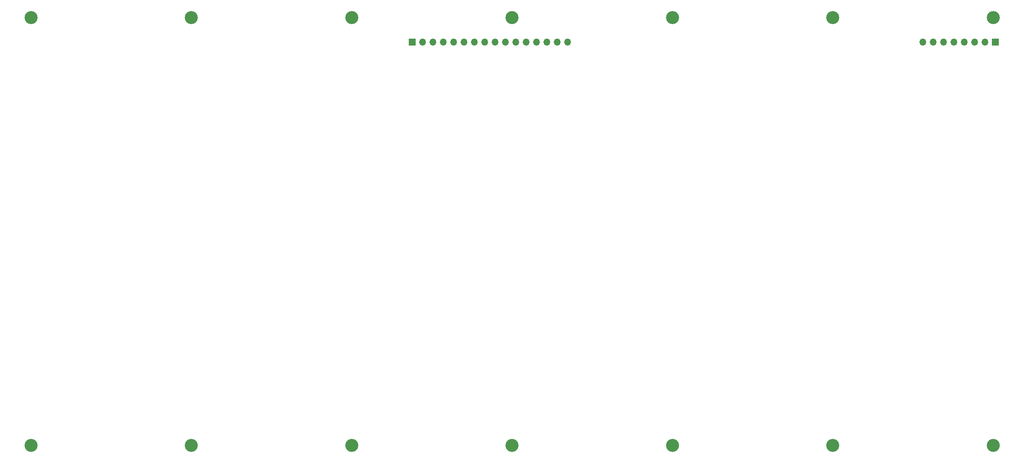
<source format=gbs>
G04 #@! TF.GenerationSoftware,KiCad,Pcbnew,5.1.10*
G04 #@! TF.CreationDate,2021-12-29T16:07:42+01:00*
G04 #@! TF.ProjectId,model_d,6d6f6465-6c5f-4642-9e6b-696361645f70,rev?*
G04 #@! TF.SameCoordinates,Original*
G04 #@! TF.FileFunction,Soldermask,Bot*
G04 #@! TF.FilePolarity,Negative*
%FSLAX46Y46*%
G04 Gerber Fmt 4.6, Leading zero omitted, Abs format (unit mm)*
G04 Created by KiCad (PCBNEW 5.1.10) date 2021-12-29 16:07:42*
%MOMM*%
%LPD*%
G01*
G04 APERTURE LIST*
%ADD10O,1.700000X1.700000*%
%ADD11R,1.700000X1.700000*%
%ADD12C,3.200000*%
G04 APERTURE END LIST*
D10*
X245220000Y-36000000D03*
X247760000Y-36000000D03*
X250300000Y-36000000D03*
X252840000Y-36000000D03*
X255380000Y-36000000D03*
X257920000Y-36000000D03*
X260460000Y-36000000D03*
D11*
X263000000Y-36000000D03*
D10*
X158100000Y-36000000D03*
X155560000Y-36000000D03*
X153020000Y-36000000D03*
X150480000Y-36000000D03*
X147940000Y-36000000D03*
X145400000Y-36000000D03*
X142860000Y-36000000D03*
X140320000Y-36000000D03*
X137780000Y-36000000D03*
X135240000Y-36000000D03*
X132700000Y-36000000D03*
X130160000Y-36000000D03*
X127620000Y-36000000D03*
X125080000Y-36000000D03*
X122540000Y-36000000D03*
D11*
X120000000Y-36000000D03*
D12*
X262500000Y-30000000D03*
X223150000Y-30000000D03*
X183820000Y-30000000D03*
X105160000Y-30000000D03*
X65830000Y-30000000D03*
X26500000Y-30000000D03*
X144490000Y-30000000D03*
X262500000Y-135000000D03*
X223150000Y-135000000D03*
X183820000Y-135000000D03*
X144490000Y-135000000D03*
X105160000Y-135000000D03*
X65830000Y-135000000D03*
X26500000Y-135000000D03*
M02*

</source>
